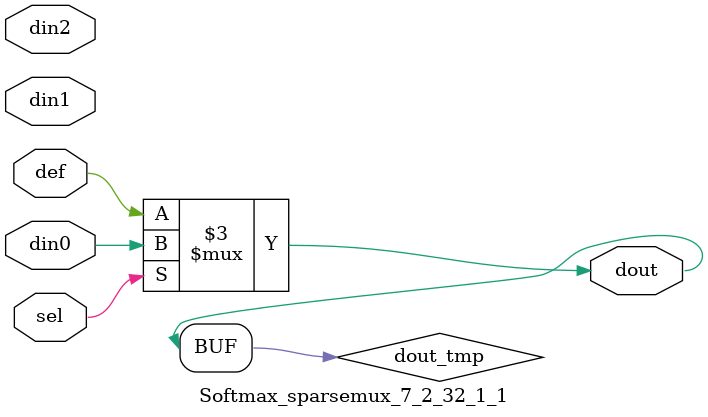
<source format=v>
`timescale 1ns / 1ps

module Softmax_sparsemux_7_2_32_1_1 (din0,din1,din2,def,sel,dout);

parameter din0_WIDTH = 1;

parameter din1_WIDTH = 1;

parameter din2_WIDTH = 1;

parameter def_WIDTH = 1;
parameter sel_WIDTH = 1;
parameter dout_WIDTH = 1;

parameter [sel_WIDTH-1:0] CASE0 = 1;

parameter [sel_WIDTH-1:0] CASE1 = 1;

parameter [sel_WIDTH-1:0] CASE2 = 1;

parameter ID = 1;
parameter NUM_STAGE = 1;



input [din0_WIDTH-1:0] din0;

input [din1_WIDTH-1:0] din1;

input [din2_WIDTH-1:0] din2;

input [def_WIDTH-1:0] def;
input [sel_WIDTH-1:0] sel;

output [dout_WIDTH-1:0] dout;



reg [dout_WIDTH-1:0] dout_tmp;


always @ (*) begin
(* parallel_case *) case (sel)
    
    CASE0 : dout_tmp = din0;
    
    CASE1 : dout_tmp = din1;
    
    CASE2 : dout_tmp = din2;
    
    default : dout_tmp = def;
endcase
end


assign dout = dout_tmp;



endmodule

</source>
